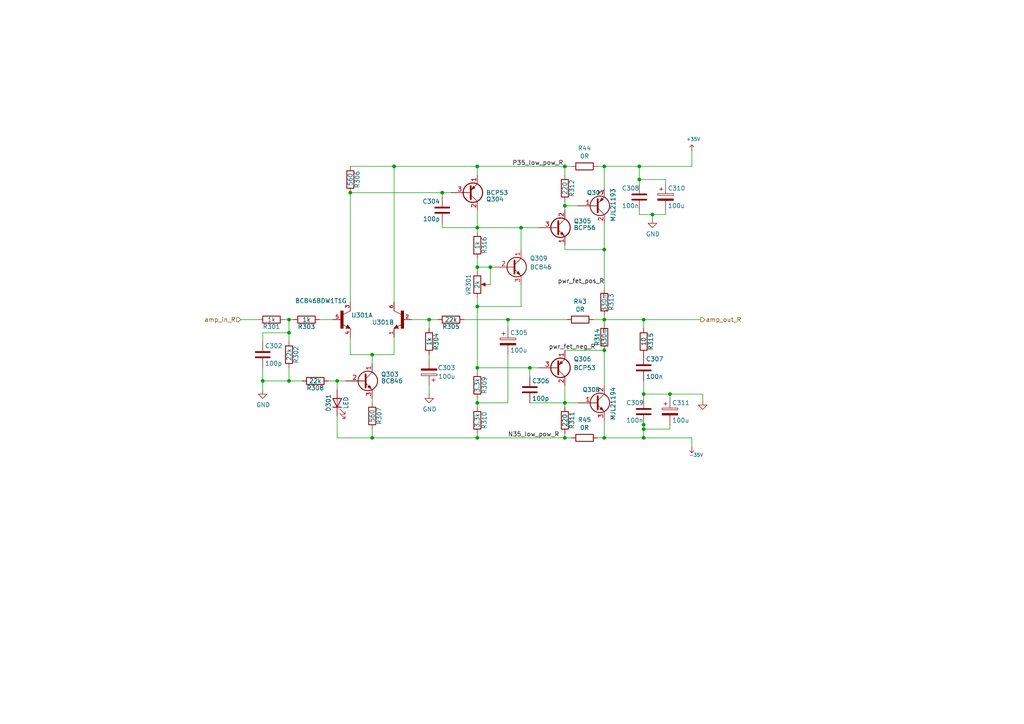
<source format=kicad_sch>
(kicad_sch (version 20211123) (generator eeschema)
  (paper "A4")
  (title_block (title "Right Amplifier Stage") (date "2020-01-21") (rev "A") (company "Shawn Adams") (comment 1 "https://sound-au.com/") (comment 2 "Based on designs by Elliot Sound Products"))
  (lib_symbols
    (symbol "AAMB-rescue:+35V-Power-amp" (power) (pin_names (offset 0))
      (property "Value" "+35V-Power-amp" (at 0.635 2.54 0))
      (symbol "+35V-Power-amp_0_1"
        (polyline (pts (xy 0 1.905) (xy 0.635 1.27)))
        (polyline (pts (xy 0 0) (xy 0 1.905) (xy -0.635 1.27)))
      )
      (symbol "+35V-Power-amp_1_1"
        (pin power_in line (at 0 0 90) (length 0) hide (name "+35V") (number "1"))
      )
    )
    (symbol "AAMB-rescue:-35V-Power-amp" (power) (pin_names (offset 0))
      (property "Value" "-35V-Power-amp" (at 1.27 -2.54 0))
      (symbol "-35V-Power-amp_0_1"
        (polyline (pts (xy 0 -1.905) (xy -0.635 -1.27)))
        (polyline (pts (xy 0 -1.905) (xy 0 0)))
        (polyline (pts (xy 0 -1.905) (xy 0.635 -1.27)))
      )
      (symbol "-35V-Power-amp_1_1"
        (pin power_in line (at 0 0 90) (length 0) hide (name "-35V") (number "1"))
      )
    )
    (symbol "AAMB-rescue:BC546-transistors" (pin_names (offset 0) hide)
      (property "Reference" "Q" (at 5.08 1.905 0))
      (property "Value" "BC546-transistors" (at 5.08 0 0))
      (symbol "BC546-transistors_0_1"
        (polyline (pts (xy 0 0) (xy 0.635 0)))
        (polyline (pts (xy 0.635 0.635) (xy 2.54 2.54)))
        (polyline (pts (xy 0.635 -0.635) (xy 2.54 -2.54) (xy 2.54 -2.54)))
        (polyline (pts (xy 0.635 1.905) (xy 0.635 -1.905) (xy 0.635 -1.905)) (stroke (width 0.508)))
        (polyline (pts (xy 1.27 -1.778) (xy 1.778 -1.27) (xy 2.286 -2.286) (xy 1.27 -1.778) (xy 1.27 -1.778)) (fill (type outline)))
        (circle (center 1.27 0) (radius 2.8194) (stroke (width 0.254)))
      )
      (symbol "BC546-transistors_1_1"
        (pin passive line (at 2.54 5.08 270) (length 2.54) (name "C") (number "1"))
        (pin input line (at -5.08 0 0) (length 5.08) (name "B") (number "2"))
        (pin passive line (at 2.54 -5.08 90) (length 2.54) (name "E") (number "3"))
      )
    )
    (symbol "AAMB-rescue:BC846BDW1T1G-OnSemi_BC846" (pin_names (offset 1.016) hide)
      (property "Reference" "U" (at -10.16 6.0706 0))
      (property "Value" "BC846BDW1T1G-OnSemi_BC846" (at -10.16 -7.62 0))
      (symbol "BC846BDW1T1G-OnSemi_BC846_1_0"
        (rectangle (start -0.254 -2.54) (end 0.508 2.54) (fill (type outline)))
        (polyline (pts (xy 1.27 -2.54) (xy 1.778 -1.524)) (stroke (width 0.1524)))
        (polyline (pts (xy 1.524 -2.413) (xy 2.286 -2.413)) (stroke (width 0.254)))
        (polyline (pts (xy 1.524 -2.286) (xy 1.905 -2.286)) (stroke (width 0.254)))
        (polyline (pts (xy 1.5494 -2.032) (xy 0.3048 -1.4224)) (stroke (width 0.1524)))
        (polyline (pts (xy 1.778 -1.778) (xy 1.524 -2.286)) (stroke (width 0.254)))
        (polyline (pts (xy 1.778 -1.524) (xy 2.54 -2.54)) (stroke (width 0.1524)))
        (polyline (pts (xy 1.905 -2.286) (xy 1.778 -2.032)) (stroke (width 0.254)))
        (polyline (pts (xy 2.286 -2.413) (xy 1.778 -1.778)) (stroke (width 0.254)))
        (polyline (pts (xy 2.54 -2.54) (xy 1.27 -2.54)) (stroke (width 0.1524)))
        (polyline (pts (xy 2.54 2.54) (xy 0.508 1.524)) (stroke (width 0.1524)))
        (pin passive line (at 2.54 5.08 270) (length 2.54) (name "COLLECTOR_1") (number "3"))
        (pin passive line (at 2.54 -5.08 90) (length 2.54) (name "EMITTER_1") (number "4"))
        (pin passive line (at -2.54 0 0) (length 2.54) (name "BASE_1") (number "5"))
      )
      (symbol "BC846BDW1T1G-OnSemi_BC846_2_0"
        (rectangle (start -0.254 -2.54) (end 0.508 2.54) (fill (type outline)))
        (polyline (pts (xy 1.27 -2.54) (xy 1.778 -1.524)) (stroke (width 0.1524)))
        (polyline (pts (xy 1.524 -2.413) (xy 2.286 -2.413)) (stroke (width 0.254)))
        (polyline (pts (xy 1.524 -2.286) (xy 1.905 -2.286)) (stroke (width 0.254)))
        (polyline (pts (xy 1.5494 -2.032) (xy 0.3048 -1.4224)) (stroke (width 0.1524)))
        (polyline (pts (xy 1.778 -1.778) (xy 1.524 -2.286)) (stroke (width 0.254)))
        (polyline (pts (xy 1.778 -1.524) (xy 2.54 -2.54)) (stroke (width 0.1524)))
        (polyline (pts (xy 1.905 -2.286) (xy 1.778 -2.032)) (stroke (width 0.254)))
        (polyline (pts (xy 2.286 -2.413) (xy 1.778 -1.778)) (stroke (width 0.254)))
        (polyline (pts (xy 2.54 -2.54) (xy 1.27 -2.54)) (stroke (width 0.1524)))
        (polyline (pts (xy 2.54 2.54) (xy 0.508 1.524)) (stroke (width 0.1524)))
        (pin passive line (at 2.54 -5.08 90) (length 2.54) (name "EMITTER_2") (number "1"))
        (pin passive line (at -2.54 0 0) (length 2.54) (name "BASE_2") (number "2"))
        (pin passive line (at 2.54 5.08 270) (length 2.54) (name "COLLECTOR_2") (number "6"))
      )
    )
    (symbol "AAMB-rescue:BD139-transistors" (pin_names (offset 0) hide)
      (property "Reference" "Q" (at 5.08 1.905 0))
      (property "Value" "BD139-transistors" (at 5.08 0 0))
      (symbol "BD139-transistors_0_1"
        (polyline (pts (xy 0 0) (xy 0.635 0)))
        (polyline (pts (xy 2.54 -2.54) (xy 0.635 -0.635)))
        (polyline (pts (xy 2.54 2.54) (xy 0.635 0.635)))
        (polyline (pts (xy 0.635 1.905) (xy 0.635 -1.905) (xy 0.635 -1.905)) (stroke (width 0.508)) (fill (type outline)))
        (polyline (pts (xy 1.2446 -1.778) (xy 1.7526 -1.27) (xy 2.286 -2.286) (xy 1.2446 -1.778) (xy 1.2446 -1.778)) (fill (type outline)))
        (circle (center 1.27 0) (radius 2.8194) (stroke (width 0.3048)))
      )
      (symbol "BD139-transistors_1_1"
        (pin passive line (at 2.54 -5.08 90) (length 2.54) (name "E") (number "1"))
        (pin passive line (at 2.54 5.08 270) (length 2.54) (name "C") (number "2"))
        (pin input line (at -5.08 0 0) (length 5.08) (name "B") (number "3"))
      )
    )
    (symbol "AAMB-rescue:BD140-transistors" (pin_names (offset 0) hide)
      (property "Reference" "Q" (at 5.08 1.905 0))
      (property "Value" "BD140-transistors" (at 5.08 0 0))
      (symbol "BD140-transistors_0_1"
        (polyline (pts (xy 0 0) (xy 0.635 0)))
        (polyline (pts (xy 2.54 -2.54) (xy 0.635 -0.635)))
        (polyline (pts (xy 2.54 2.54) (xy 0.635 0.635)))
        (polyline (pts (xy 0.635 1.905) (xy 0.635 -1.905) (xy 0.635 -1.905)) (stroke (width 0.508)) (fill (type outline)))
        (polyline (pts (xy 1.397 -1.905) (xy 1.905 -1.397) (xy 0.889 -0.889) (xy 1.397 -1.905) (xy 1.397 -1.905)) (fill (type outline)))
        (circle (center 1.27 0) (radius 2.8194) (stroke (width 0.3048)))
      )
      (symbol "BD140-transistors_1_1"
        (pin passive line (at 2.54 -5.08 90) (length 2.54) (name "E") (number "1"))
        (pin passive line (at 2.54 5.08 270) (length 2.54) (name "C") (number "2"))
        (pin input line (at -5.08 0 0) (length 5.08) (name "B") (number "3"))
      )
    )
    (symbol "AAMB-rescue:CP-Device" (pin_numbers hide) (pin_names (offset 0.254))
      (property "Reference" "C" (at 0.635 2.54 0))
      (property "Value" "CP-Device" (at 0.635 -2.54 0))
      (symbol "CP-Device_0_1"
        (rectangle (start -2.286 0.508) (end 2.286 1.016))
        (polyline (pts (xy -1.778 2.286) (xy -0.762 2.286)))
        (polyline (pts (xy -1.27 2.794) (xy -1.27 1.778)))
        (rectangle (start 2.286 -0.508) (end -2.286 -1.016) (fill (type outline)))
      )
      (symbol "CP-Device_1_1"
        (pin passive line (at 0 3.81 270) (length 2.794) (name "~") (number "1"))
        (pin passive line (at 0 -3.81 90) (length 2.794) (name "~") (number "2"))
      )
    )
    (symbol "AAMB-rescue:POT-device" (pin_numbers hide) (pin_names (offset 1.016) hide)
      (property "Reference" "RV" (at -4.445 0 90))
      (property "Value" "POT-device" (at -2.54 0 90))
      (symbol "POT-device_0_1"
        (polyline (pts (xy 2.54 0) (xy 1.524 0)))
        (polyline (pts (xy 1.143 0) (xy 2.286 0.508) (xy 2.286 -0.508)) (fill (type outline)))
        (rectangle (start 1.016 2.54) (end -1.016 -2.54) (stroke (width 0.254)))
      )
      (symbol "POT-device_1_1"
        (pin passive line (at 0 3.81 270) (length 1.27) (name "1") (number "1"))
        (pin passive line (at 3.81 0 180) (length 1.27) (name "2") (number "2"))
        (pin passive line (at 0 -3.81 90) (length 1.27) (name "3") (number "3"))
      )
    )
    (symbol "Device:C" (pin_numbers hide) (pin_names (offset 0.254))
      (property "Reference" "C" (at 0.635 2.54 0))
      (property "Value" "C" (at 0.635 -2.54 0))
      (symbol "C_0_1"
        (polyline (pts (xy -2.032 -0.762) (xy 2.032 -0.762)) (stroke (width 0.508)))
        (polyline (pts (xy -2.032 0.762) (xy 2.032 0.762)) (stroke (width 0.508)))
      )
      (symbol "C_1_1"
        (pin passive line (at 0 3.81 270) (length 2.794) (name "~") (number "1"))
        (pin passive line (at 0 -3.81 90) (length 2.794) (name "~") (number "2"))
      )
    )
    (symbol "Device:LED" (pin_numbers hide) (pin_names (offset 1.016) hide)
      (property "Reference" "D" (at 0 2.54 0))
      (property "Value" "LED" (at 0 -2.54 0))
      (symbol "LED_0_1"
        (polyline (pts (xy -1.27 -1.27) (xy -1.27 1.27)) (stroke (width 0.254)))
        (polyline (pts (xy -1.27 0) (xy 1.27 0)))
        (polyline (pts (xy 1.27 -1.27) (xy 1.27 1.27) (xy -1.27 0) (xy 1.27 -1.27)) (stroke (width 0.254)))
        (polyline (pts (xy -3.048 -0.762) (xy -4.572 -2.286) (xy -3.81 -2.286) (xy -4.572 -2.286) (xy -4.572 -1.524)))
        (polyline (pts (xy -1.778 -0.762) (xy -3.302 -2.286) (xy -2.54 -2.286) (xy -3.302 -2.286) (xy -3.302 -1.524)))
      )
      (symbol "LED_1_1"
        (pin passive line (at -3.81 0 0) (length 2.54) (name "K") (number "1"))
        (pin passive line (at 3.81 0 180) (length 2.54) (name "A") (number "2"))
      )
    )
    (symbol "Device:Q_NPN_BCE" (pin_names (offset 0) hide)
      (property "Reference" "Q" (at 5.08 1.27 0))
      (property "Value" "Q_NPN_BCE" (at 5.08 -1.27 0))
      (symbol "Q_NPN_BCE_0_1"
        (polyline (pts (xy 0.635 0.635) (xy 2.54 2.54)))
        (polyline (pts (xy 0.635 -0.635) (xy 2.54 -2.54) (xy 2.54 -2.54)))
        (polyline (pts (xy 0.635 1.905) (xy 0.635 -1.905) (xy 0.635 -1.905)) (stroke (width 0.508)))
        (polyline (pts (xy 1.27 -1.778) (xy 1.778 -1.27) (xy 2.286 -2.286) (xy 1.27 -1.778) (xy 1.27 -1.778)) (fill (type outline)))
        (circle (center 1.27 0) (radius 2.8194) (stroke (width 0.254)))
      )
      (symbol "Q_NPN_BCE_1_1"
        (pin input line (at -5.08 0 0) (length 5.715) (name "B") (number "1"))
        (pin passive line (at 2.54 5.08 270) (length 2.54) (name "C") (number "2"))
        (pin passive line (at 2.54 -5.08 90) (length 2.54) (name "E") (number "3"))
      )
    )
    (symbol "Device:Q_PNP_BCE" (pin_names (offset 0) hide)
      (property "Reference" "Q" (at 5.08 1.27 0))
      (property "Value" "Q_PNP_BCE" (at 5.08 -1.27 0))
      (symbol "Q_PNP_BCE_0_1"
        (polyline (pts (xy 0.635 0.635) (xy 2.54 2.54)))
        (polyline (pts (xy 0.635 -0.635) (xy 2.54 -2.54) (xy 2.54 -2.54)))
        (polyline (pts (xy 0.635 1.905) (xy 0.635 -1.905) (xy 0.635 -1.905)) (stroke (width 0.508)))
        (polyline (pts (xy 2.286 -1.778) (xy 1.778 -2.286) (xy 1.27 -1.27) (xy 2.286 -1.778) (xy 2.286 -1.778)) (fill (type outline)))
        (circle (center 1.27 0) (radius 2.8194) (stroke (width 0.254)))
      )
      (symbol "Q_PNP_BCE_1_1"
        (pin input line (at -5.08 0 0) (length 5.715) (name "B") (number "1"))
        (pin passive line (at 2.54 5.08 270) (length 2.54) (name "C") (number "2"))
        (pin passive line (at 2.54 -5.08 90) (length 2.54) (name "E") (number "3"))
      )
    )
    (symbol "Device:R" (pin_numbers hide) (pin_names (offset 0))
      (property "Reference" "R" (at 2.032 0 90))
      (property "Value" "R" (at 0 0 90))
      (symbol "R_0_1"
        (rectangle (start -1.016 -2.54) (end 1.016 2.54) (stroke (width 0.254)))
      )
      (symbol "R_1_1"
        (pin passive line (at 0 3.81 270) (length 1.27) (name "~") (number "1"))
        (pin passive line (at 0 -3.81 90) (length 1.27) (name "~") (number "2"))
      )
    )
    (symbol "power:GND" (power) (pin_names (offset 0))
      (property "Value" "GND" (at 0 -3.81 0))
      (symbol "GND_0_1"
        (polyline (pts (xy 0 0) (xy 0 -1.27) (xy 1.27 -1.27) (xy 0 -2.54) (xy -1.27 -1.27) (xy 0 -1.27)))
      )
      (symbol "GND_1_1"
        (pin power_in line (at 0 0 270) (length 0) hide (name "GND") (number "1"))
      )
    )
  )
  (junction (at 142.24 77.47))
  (junction (at 153.67 106.68))
  (junction (at 83.82 92.71))
  (junction (at 186.69 114.3))
  (junction (at 124.46 92.71))
  (junction (at 151.13 66.04))
  (junction (at 138.43 116.84))
  (junction (at 175.26 127))
  (junction (at 185.42 48.26))
  (junction (at 175.26 101.6))
  (junction (at 185.42 52.07))
  (junction (at 101.6 55.88))
  (junction (at 83.82 96.52))
  (junction (at 186.69 124.46))
  (junction (at 97.79 110.49))
  (junction (at 76.2 110.49))
  (junction (at 138.43 77.47))
  (junction (at 114.3 48.26))
  (junction (at 138.43 66.04))
  (junction (at 189.23 62.23))
  (junction (at 175.26 48.26))
  (junction (at 163.83 116.84))
  (junction (at 175.26 72.39))
  (junction (at 107.95 102.87))
  (junction (at 147.32 92.71))
  (junction (at 107.95 127))
  (junction (at 163.83 127))
  (junction (at 128.27 55.88))
  (junction (at 138.43 48.26))
  (junction (at 163.83 59.69))
  (junction (at 138.43 127))
  (junction (at 83.82 110.49))
  (junction (at 186.69 123.19))
  (junction (at 163.83 48.26))
  (junction (at 186.69 127))
  (junction (at 138.43 88.9))
  (junction (at 186.69 92.71))
  (junction (at 175.26 92.71))
  (junction (at 194.31 114.3))
  (junction (at 138.43 106.68))
  (wire (pts (xy 97.79 113.03) (xy 97.79 110.49)))
  (wire (pts (xy 186.69 110.49) (xy 186.69 114.3)))
  (wire (pts (xy 175.26 121.92) (xy 175.26 127)))
  (wire (pts (xy 134.62 92.71) (xy 147.32 92.71)))
  (wire (pts (xy 165.735 48.26) (xy 163.83 48.26)))
  (wire (pts (xy 153.67 116.84) (xy 163.83 116.84)))
  (wire (pts (xy 173.355 127) (xy 175.26 127)))
  (wire (pts (xy 163.83 58.42) (xy 163.83 59.69)))
  (wire (pts (xy 107.95 127) (xy 107.95 124.46)))
  (wire (pts (xy 186.69 124.46) (xy 194.31 124.46)))
  (wire (pts (xy 138.43 116.84) (xy 147.32 116.84)))
  (wire (pts (xy 163.83 72.39) (xy 175.26 72.39)))
  (wire (pts (xy 138.43 60.96) (xy 138.43 66.04)))
  (wire (pts (xy 95.25 110.49) (xy 97.79 110.49)))
  (wire (pts (xy 185.42 48.26) (xy 185.42 52.07)))
  (wire (pts (xy 167.64 59.69) (xy 163.83 59.69)))
  (wire (pts (xy 97.79 127) (xy 107.95 127)))
  (wire (pts (xy 83.82 106.68) (xy 83.82 110.49)))
  (wire (pts (xy 124.46 104.14) (xy 124.46 102.87)))
  (wire (pts (xy 163.83 116.84) (xy 163.83 118.11)))
  (wire (pts (xy 185.42 48.26) (xy 200.66 48.26)))
  (wire (pts (xy 114.3 48.26) (xy 138.43 48.26)))
  (wire (pts (xy 185.42 62.23) (xy 189.23 62.23)))
  (wire (pts (xy 83.82 92.71) (xy 85.09 92.71)))
  (wire (pts (xy 114.3 102.87) (xy 114.3 97.79)))
  (wire (pts (xy 189.23 62.23) (xy 193.04 62.23)))
  (wire (pts (xy 119.38 92.71) (xy 124.46 92.71)))
  (wire (pts (xy 186.69 121.92) (xy 186.69 123.19)))
  (wire (pts (xy 175.26 48.26) (xy 185.42 48.26)))
  (wire (pts (xy 151.13 66.04) (xy 156.21 66.04)))
  (wire (pts (xy 138.43 77.47) (xy 142.24 77.47)))
  (wire (pts (xy 92.71 92.71) (xy 96.52 92.71)))
  (wire (pts (xy 107.95 127) (xy 138.43 127)))
  (wire (pts (xy 107.95 115.57) (xy 107.95 116.84)))
  (wire (pts (xy 128.27 66.04) (xy 138.43 66.04)))
  (wire (pts (xy 107.95 102.87) (xy 114.3 102.87)))
  (wire (pts (xy 175.26 92.71) (xy 175.26 93.98)))
  (wire (pts (xy 147.32 95.25) (xy 147.32 92.71)))
  (wire (pts (xy 138.43 115.57) (xy 138.43 116.84)))
  (wire (pts (xy 142.24 82.55) (xy 142.24 77.47)))
  (wire (pts (xy 186.69 127) (xy 200.66 127)))
  (wire (pts (xy 124.46 92.71) (xy 127 92.71)))
  (wire (pts (xy 83.82 92.71) (xy 83.82 96.52)))
  (wire (pts (xy 175.26 72.39) (xy 175.26 83.82)))
  (wire (pts (xy 153.67 109.22) (xy 153.67 106.68)))
  (wire (pts (xy 83.82 96.52) (xy 83.82 99.06)))
  (wire (pts (xy 200.66 127) (xy 200.66 129.413)))
  (wire (pts (xy 151.13 82.55) (xy 151.13 88.9)))
  (wire (pts (xy 163.83 71.12) (xy 163.83 72.39)))
  (wire (pts (xy 101.6 97.79) (xy 101.6 102.87)))
  (wire (pts (xy 124.46 95.25) (xy 124.46 92.71)))
  (wire (pts (xy 138.43 127) (xy 163.83 127)))
  (wire (pts (xy 175.26 127) (xy 186.69 127)))
  (wire (pts (xy 76.2 106.68) (xy 76.2 110.49)))
  (wire (pts (xy 186.69 123.19) (xy 186.69 124.46)))
  (wire (pts (xy 175.26 48.26) (xy 175.26 54.61)))
  (wire (pts (xy 138.43 74.93) (xy 138.43 77.47)))
  (wire (pts (xy 138.43 86.36) (xy 138.43 88.9)))
  (wire (pts (xy 101.6 55.88) (xy 128.27 55.88)))
  (wire (pts (xy 76.2 99.06) (xy 76.2 96.52)))
  (wire (pts (xy 142.24 77.47) (xy 143.51 77.47)))
  (wire (pts (xy 175.26 91.44) (xy 175.26 92.71)))
  (wire (pts (xy 163.83 127) (xy 163.83 125.73)))
  (wire (pts (xy 76.2 96.52) (xy 83.82 96.52)))
  (wire (pts (xy 164.465 92.71) (xy 147.32 92.71)))
  (wire (pts (xy 153.67 106.68) (xy 156.21 106.68)))
  (wire (pts (xy 76.2 110.49) (xy 83.82 110.49)))
  (wire (pts (xy 128.27 57.15) (xy 128.27 55.88)))
  (wire (pts (xy 163.83 116.84) (xy 167.64 116.84)))
  (wire (pts (xy 194.31 124.46) (xy 194.31 123.19)))
  (wire (pts (xy 193.04 52.07) (xy 185.42 52.07)))
  (wire (pts (xy 151.13 66.04) (xy 151.13 72.39)))
  (wire (pts (xy 189.23 62.23) (xy 189.23 63.5)))
  (wire (pts (xy 186.69 92.71) (xy 203.2 92.71)))
  (wire (pts (xy 172.085 92.71) (xy 175.26 92.71)))
  (wire (pts (xy 138.43 48.26) (xy 163.83 48.26)))
  (wire (pts (xy 185.42 52.07) (xy 185.42 53.34)))
  (wire (pts (xy 203.835 114.3) (xy 194.31 114.3)))
  (wire (pts (xy 186.69 114.3) (xy 186.69 115.57)))
  (wire (pts (xy 97.79 120.65) (xy 97.79 127)))
  (wire (pts (xy 69.85 92.71) (xy 74.93 92.71)))
  (wire (pts (xy 175.26 48.26) (xy 173.355 48.26)))
  (wire (pts (xy 128.27 64.77) (xy 128.27 66.04)))
  (wire (pts (xy 163.83 48.26) (xy 163.83 50.8)))
  (wire (pts (xy 138.43 106.68) (xy 138.43 107.95)))
  (wire (pts (xy 83.82 110.49) (xy 87.63 110.49)))
  (wire (pts (xy 151.13 88.9) (xy 138.43 88.9)))
  (wire (pts (xy 138.43 48.26) (xy 138.43 50.8)))
  (wire (pts (xy 193.04 53.34) (xy 193.04 52.07)))
  (wire (pts (xy 138.43 66.04) (xy 151.13 66.04)))
  (wire (pts (xy 175.26 92.71) (xy 186.69 92.71)))
  (wire (pts (xy 175.26 101.6) (xy 175.26 111.76)))
  (wire (pts (xy 138.43 66.04) (xy 138.43 67.31)))
  (wire (pts (xy 175.26 64.77) (xy 175.26 72.39)))
  (wire (pts (xy 194.31 114.3) (xy 194.31 115.57)))
  (wire (pts (xy 124.46 111.76) (xy 124.46 114.3)))
  (wire (pts (xy 101.6 55.88) (xy 101.6 87.63)))
  (wire (pts (xy 193.04 62.23) (xy 193.04 60.96)))
  (wire (pts (xy 186.69 114.3) (xy 194.31 114.3)))
  (wire (pts (xy 82.55 92.71) (xy 83.82 92.71)))
  (wire (pts (xy 200.66 48.26) (xy 200.66 43.942)))
  (wire (pts (xy 203.835 116.205) (xy 203.835 114.3)))
  (wire (pts (xy 138.43 77.47) (xy 138.43 78.74)))
  (wire (pts (xy 128.27 55.88) (xy 130.81 55.88)))
  (wire (pts (xy 163.83 59.69) (xy 163.83 60.96)))
  (wire (pts (xy 114.3 87.63) (xy 114.3 48.26)))
  (wire (pts (xy 163.83 101.6) (xy 175.26 101.6)))
  (wire (pts (xy 163.83 111.76) (xy 163.83 116.84)))
  (wire (pts (xy 186.69 95.25) (xy 186.69 92.71)))
  (wire (pts (xy 101.6 48.26) (xy 114.3 48.26)))
  (wire (pts (xy 107.95 105.41) (xy 107.95 102.87)))
  (wire (pts (xy 138.43 116.84) (xy 138.43 118.11)))
  (wire (pts (xy 147.32 116.84) (xy 147.32 102.87)))
  (wire (pts (xy 186.69 124.46) (xy 186.69 127)))
  (wire (pts (xy 76.2 113.03) (xy 76.2 110.49)))
  (wire (pts (xy 165.735 127) (xy 163.83 127)))
  (wire (pts (xy 138.43 127) (xy 138.43 125.73)))
  (wire (pts (xy 97.79 110.49) (xy 100.33 110.49)))
  (wire (pts (xy 101.6 102.87) (xy 107.95 102.87)))
  (wire (pts (xy 138.43 88.9) (xy 138.43 106.68)))
  (wire (pts (xy 138.43 106.68) (xy 153.67 106.68)))
  (wire (pts (xy 185.42 60.96) (xy 185.42 62.23)))
  (label "N35_low_pow_R" (at 147.32 127 0))
  (label "P35_low_pow_R" (at 148.59 48.26 0))
  (label "pwr_fet_neg_R" (at 172.72 101.6 180))
  (label "pwr_fet_pos_R" (at 175.26 82.55 180))
  (hierarchical_label "amp_in_R" (shape input) (at 69.85 92.71 180))
  (hierarchical_label "amp_out_R" (shape output) (at 203.2 92.71 0))
  (symbol (lib_id "power:GND") (at 76.2 113.03 0) (unit 1)
    (property "Reference" "#PWR0301" (effects hide))
    (property "Value" "GND" (at 76.327 117.4242 0))
  )
  (symbol (lib_id "Device:R") (at 88.9 92.71 270) (unit 1)
    (property "Reference" "R303" (at 88.9 94.742 90))
    (property "Value" "1k" (at 88.9 92.71 90))
    (property "Footprint" "Resistor_SMD:R_0201_0603Metric_Pad0.64x0.40mm_HandSolder" (effects hide))
    (property "DigiKey" "https://www.digikey.com/product-detail/en/vishay-dale/RCS06031K00FKEA/541-2788-1-ND/5867081" (effects hide))
    (property "MFG" "Vishay Dale" (effects hide))
    (property "MPN" "RCS06031K00FKEA" (effects hide))
  )
  (symbol (lib_id "Device:LED") (at 97.79 116.84 90) (unit 1)
    (property "Reference" "D301" (at 95.25 116.84 0))
    (property "Value" "LED" (at 100.33 116.84 0))
    (property "Footprint" "LED_SMD:LED_0603_1608Metric_Pad1.05x0.95mm_HandSolder" (effects hide))
    (property "Vf" "2.2V" (effects hide))
    (property "DigiKey" "https://www.digikey.com/product-detail/en/rohm-semiconductor/SML-D12U1WT86/SML-D12U1WT86CT-ND/5843858" (effects hide))
    (property "MFG" "Rohm Semiconductor" (effects hide))
    (property "MPN" "SML-D12U1WT86" (effects hide))
  )
  (symbol (lib_id "AAMB-rescue:BC546-transistors") (at 105.41 110.49 0) (unit 1)
    (property "Reference" "Q303" (at 110.49 108.585 0) (effects (justify left)))
    (property "Value" "BC846" (at 110.49 110.49 0) (effects (justify left)))
    (property "Footprint" "TO_SOT_Packages_THT:TO-92_Molded_Narrow" (effects hide))
    (property "Datasheet" "http://www.onsemi.com/pub/Collateral/BC846ALT1-D.PDF" (effects hide))
    (property "DigiKey" "https://www.digikey.com/product-detail/en/on-semiconductor/BC846BLT1G/BC846BLT1GOSTR-ND/918342" (effects hide))
    (property "MFG" "ON Semiconductor" (effects hide))
    (property "MPN" "BC846BLT1G" (effects hide))
  )
  (symbol (lib_id "Device:R") (at 124.46 99.06 0) (unit 1)
    (property "Reference" "R304" (at 126.492 99.06 90))
    (property "Value" "1k" (at 124.46 99.06 90))
    (property "Footprint" "Resistor_SMD:R_0201_0603Metric_Pad0.64x0.40mm_HandSolder" (effects hide))
    (property "DigiKey" "https://www.digikey.com/product-detail/en/vishay-dale/RCS06031K00FKEA/541-2788-1-ND/5867081" (effects hide))
    (property "MFG" "Vishay Dale" (effects hide))
    (property "MPN" "RCS06031K00FKEA" (effects hide))
  )
  (symbol (lib_id "AAMB-rescue:CP-Device") (at 124.46 107.95 180) (unit 1)
    (property "Reference" "C303" (at 132.08 106.68 0) (effects (justify left)))
    (property "Value" "100u" (at 132.08 109.22 0) (effects (justify left)))
    (property "Footprint" "Capacitor_SMD:C_Elec_5x5.4" (effects hide))
    (property "Datasheet" "https://katalog.we-online.de/pbs/datasheet/865080142007.pdf" (effects hide))
    (property "DigiKey" "https://www.digikey.com/product-detail/en/w%C3%BCrth-elektronik/865080142007/732-8472-1-ND/5728429" (effects hide))
    (property "MFG" "Wurth Elektronik" (effects hide))
    (property "MPN" "865080142007" (effects hide))
  )
  (symbol (lib_id "Device:R") (at 130.81 92.71 270) (unit 1)
    (property "Reference" "R305" (at 130.81 94.742 90))
    (property "Value" "22k" (at 130.81 92.71 90))
    (property "Footprint" "Resistor_SMD:R_0201_0603Metric_Pad0.64x0.40mm_HandSolder" (effects hide))
    (property "DigiKey" "https://www.digikey.com/product-detail/en/te-connectivity-passive-product/CRGCQ0603F22K/A129704CT-ND/8577536" (effects hide))
    (property "MFG" "TE Connectivity Passive Product" (effects hide))
    (property "MPN" "CRGCQ0603F22K" (effects hide))
  )
  (symbol (lib_id "Device:R") (at 138.43 121.92 0) (unit 1)
    (property "Reference" "R310" (at 140.462 121.92 90))
    (property "Value" "3.3k" (at 138.43 121.92 90))
    (property "Footprint" "Resistor_SMD:R_0201_0603Metric_Pad0.64x0.40mm_HandSolder" (effects hide))
    (property "DigiKey" "https://www.digikey.com/product-detail/en/vishay-dale/CRCW06033K30FKEA/541-3-30KHCT-ND/1179866" (effects hide))
    (property "MFG" "Vishay Dale" (effects hide))
    (property "MPN" "CRCW06033K30FKEA" (effects hide))
  )
  (symbol (lib_id "Device:R") (at 138.43 111.76 0) (unit 1)
    (property "Reference" "R309" (at 140.462 111.76 90))
    (property "Value" "3.3k" (at 138.43 111.76 90))
    (property "Footprint" "Resistor_SMD:R_0201_0603Metric_Pad0.64x0.40mm_HandSolder" (effects hide))
    (property "DigiKey" "https://www.digikey.com/product-detail/en/vishay-dale/CRCW06033K30FKEA/541-3-30KHCT-ND/1179866" (effects hide))
    (property "MFG" "Vishay Dale" (effects hide))
    (property "MPN" "CRCW06033K30FKEA" (effects hide))
  )
  (symbol (lib_id "AAMB-rescue:CP-Device") (at 147.32 99.06 0) (unit 1)
    (property "Reference" "C305" (at 147.955 96.52 0) (effects (justify left)))
    (property "Value" "100u" (at 147.955 101.6 0) (effects (justify left)))
    (property "Footprint" "Capacitor_SMD:C_Elec_6.3x7.7" (effects hide))
    (property "Datasheet" "https://katalog.we-online.de/pbs/datasheet/865080545012.pdf" (effects hide))
    (property "DigiKey" "https://www.digikey.com/product-detail/en/w%C3%BCrth-elektronik/865080545012/732-8511-1-ND/5728468" (effects hide))
    (property "MFG" "Wurth Elektronik" (effects hide))
    (property "MPN" "865080545012" (effects hide))
  )
  (symbol (lib_id "Device:C") (at 153.67 113.03 0) (unit 1)
    (property "Reference" "C306" (at 154.305 110.49 0) (effects (justify left)))
    (property "Value" "100p" (at 154.305 115.57 0) (effects (justify left)))
    (property "Footprint" "Capacitor_SMD:C_0603_1608Metric_Pad1.08x0.95mm_HandSolder" (effects hide))
    (property "DigiKey" "https://www.digikey.com/product-detail/en/w%C3%BCrth-elektronik/885012006057/732-7799-1-ND/5454426" (effects hide))
    (property "MFG" "Wurth Elektronik" (effects hide))
    (property "MPN" "885012006057" (effects hide))
  )
  (symbol (lib_id "Device:R") (at 175.26 97.79 180) (unit 1)
    (property "Reference" "R314" (at 173.228 97.79 90))
    (property "Value" "330m" (at 175.26 97.79 90))
    (property "Footprint" "Resistor_THT:R_Radial_Power_L13.0mm_W9.0mm_P5.00mm" (effects hide))
    (property "DigiKey" "https://www.digikey.com/product-detail/en/te-connectivity-passive-product/SQMW5R33J/A102472-ND/2365672" (effects hide))
    (property "MFG" "TE Connectivity Passive Product" (effects hide))
    (property "MPN" "SQMW5R33J" (effects hide))
  )
  (symbol (lib_id "Device:R") (at 175.26 87.63 0) (unit 1)
    (property "Reference" "R313" (at 177.292 87.63 90))
    (property "Value" "330m" (at 175.26 87.63 90))
    (property "Footprint" "Resistor_THT:R_Radial_Power_L13.0mm_W9.0mm_P5.00mm" (effects hide))
    (property "DigiKey" "https://www.digikey.com/product-detail/en/te-connectivity-passive-product/SQMW5R33J/A102472-ND/2365672" (effects hide))
    (property "MFG" "TE Connectivity Passive Product" (effects hide))
    (property "MPN" "SQMW5R33J" (effects hide))
  )
  (symbol (lib_id "Device:R") (at 186.69 99.06 0) (unit 1)
    (property "Reference" "R315" (at 188.722 99.06 90))
    (property "Value" "10" (at 186.69 99.06 90))
    (property "Footprint" "Resistor_SMD:R_0201_0603Metric_Pad0.64x0.40mm_HandSolder" (effects hide))
    (property "DigiKey" "https://www.digikey.com/product-detail/en/panasonic-electronic-components/ERJ-PA3F10R0V/P10-00BYCT-ND/5036118" (effects hide))
    (property "MFG" "Panasonic Electronic Components" (effects hide))
    (property "MPN" "ERJ-PA3F10R0V" (effects hide))
  )
  (symbol (lib_id "Device:C") (at 186.69 106.68 0) (unit 1)
    (property "Reference" "C307" (at 187.325 104.14 0) (effects (justify left)))
    (property "Value" "100n" (at 187.325 109.22 0) (effects (justify left)))
    (property "Footprint" "Capacitor_THT:C_Rect_L7.2mm_W4.5mm_P5.00mm_FKS2_FKP2_MKS2_MKP2" (effects hide))
    (property "DigiKey" "https://www.digikey.com/product-detail/en/kemet/R82EC3100AA70K/399-19335-ND/9685239" (effects hide))
    (property "MFG" "KEMET" (effects hide))
    (property "MPN" "R82EC3100AA70K" (effects hide))
  )
  (symbol (lib_id "Device:C") (at 186.69 119.38 0) (unit 1)
    (property "Reference" "C309" (at 181.61 116.84 0) (effects (justify left)))
    (property "Value" "100n" (at 181.61 121.92 0) (effects (justify left)))
    (property "Footprint" "Capacitor_THT:C_Rect_L7.2mm_W4.5mm_P5.00mm_FKS2_FKP2_MKS2_MKP2" (effects hide))
    (property "DigiKey" "https://www.digikey.com/product-detail/en/kemet/R82EC3100AA70K/399-19335-ND/9685239" (effects hide))
    (property "MFG" "KEMET" (effects hide))
    (property "MPN" "R82EC3100AA70K" (effects hide))
  )
  (symbol (lib_id "AAMB-rescue:CP-Device") (at 194.31 119.38 0) (unit 1)
    (property "Reference" "C311" (at 194.945 116.84 0) (effects (justify left)))
    (property "Value" "100u" (at 194.945 121.92 0) (effects (justify left)))
    (property "Footprint" "Capacitor_SMD:CP_Elec_10x10.5" (effects hide))
    (property "Datasheet" "http://nichicon-us.com/english/products/pdfs/e-uux.pdf" (effects hide))
    (property "DigiKey" "https://www.digikey.com/product-detail/en/nichicon/UUX1J101MNL1GS/493-7453-1-ND/3768847" (effects hide))
    (property "MFG" "Nichicon" (effects hide))
    (property "MPN" "UUX1J101MNL1GS" (effects hide))
  )
  (symbol (lib_id "AAMB-rescue:BC546-transistors") (at 148.59 77.47 0) (unit 1)
    (property "Reference" "Q309" (at 153.67 74.93 0) (effects (justify left)))
    (property "Value" "BC846" (at 153.67 77.47 0) (effects (justify left)))
    (property "Footprint" "TO_SOT_Packages_THT:TO-92_Molded_Narrow" (effects hide))
    (property "Datasheet" "http://www.onsemi.com/pub/Collateral/BC846ALT1-D.PDF" (effects hide))
    (property "DigiKey" "https://www.digikey.com/product-detail/en/on-semiconductor/BC846BLT1G/BC846BLT1GOSTR-ND/918342" (effects hide))
    (property "MFG" "ON Semiconductor" (effects hide))
    (property "MPN" "BC846BLT1G" (effects hide))
  )
  (symbol (lib_id "AAMB-rescue:POT-device") (at 138.43 82.55 0) (unit 1)
    (property "Reference" "VR301" (at 135.89 82.55 90))
    (property "Value" "2k" (at 138.43 82.55 90))
    (property "Footprint" "Potentiometer_THT:Potentiometer_Bourns_3296W_Vertical" (effects hide))
    (property "Datasheet" "https://www.bourns.com/docs/Product-Datasheets/3296.pdf" (effects hide))
    (property "DigiKey" "https://www.digikey.com/product-detail/en/bourns-inc/3296W-1-202LF/3296W-202LF-ND/1088050" (effects hide))
    (property "MFG" "Bourns Inc." (effects hide))
    (property "MPN" "3296W-1-202LF" (effects hide))
  )
  (symbol (lib_id "AAMB-rescue:BD140-transistors") (at 135.89 55.88 0) (mirror x) (unit 1)
    (property "Reference" "Q304" (at 140.97 57.785 0) (effects (justify left)))
    (property "Value" "BCP53" (at 140.97 55.88 0) (effects (justify left)))
    (property "Footprint" "TO_SOT_Packages_THT:TO-126_Vertical" (effects hide))
    (property "Datasheet" "http://www.onsemi.com/pub/Collateral/BCP53T1-D.PDF" (effects hide))
    (property "DigiKey" "https://www.digikey.com/product-detail/en/on-semiconductor/SBCP53-10T1G/SBCP53-10T1GOSCT-ND/9087709" (effects hide))
    (property "MFG" "ON Semiconductor" (effects hide))
    (property "MPN" "SBCP53-10T1G" (effects hide))
  )
  (symbol (lib_id "Device:R") (at 101.6 52.07 0) (unit 1)
    (property "Reference" "R306" (at 103.632 52.07 90))
    (property "Value" "560" (at 101.6 52.07 90))
    (property "Footprint" "Resistor_SMD:R_0201_0603Metric_Pad0.64x0.40mm_HandSolder" (effects hide))
    (property "DigiKey" "https://www.digikey.com/product-detail/en/te-connectivity-passive-product/CRGCQ0603F560R/A129685CT-ND/8577517" (effects hide))
    (property "MFG" "TE Connectivity Passive Product" (effects hide))
    (property "MPN" "CRGCQ0603F560R" (effects hide))
  )
  (symbol (lib_id "AAMB-rescue:BD139-transistors") (at 161.29 66.04 0) (unit 1)
    (property "Reference" "Q305" (at 166.37 64.135 0) (effects (justify left)))
    (property "Value" "BCP56" (at 166.37 66.04 0) (effects (justify left)))
    (property "Footprint" "TO_SOT_Packages_THT:TO-126_Vertical" (effects hide))
    (property "Datasheet" "http://www.onsemi.com/pub/Collateral/BCP56T1-D.PDF" (effects hide))
    (property "DigiKey" "https://www.digikey.com/product-detail/en/on-semiconductor/SBCP56-16T3G/SBCP56-16T3GOSCT-ND/5969075" (effects hide))
    (property "MFG" "ON Semiconductor" (effects hide))
    (property "MPN" "SBCP56-16T3G" (effects hide))
  )
  (symbol (lib_id "Device:R") (at 163.83 54.61 0) (unit 1)
    (property "Reference" "R312" (at 165.862 54.61 90))
    (property "Value" "220" (at 163.83 54.61 90))
    (property "Footprint" "Resistor_SMD:R_0201_0603Metric_Pad0.64x0.40mm_HandSolder" (effects hide))
    (property "DigiKey" "https://www.digikey.com/product-detail/en/panasonic-electronic-components/ERJ-PA3F2200V/P220BYCT-ND/5036154" (effects hide))
    (property "MFG" "Panasonic Electronic Components" (effects hide))
    (property "MPN" "ERJ-PA3F2200V" (effects hide))
  )
  (symbol (lib_id "Device:Q_NPN_BCE") (at 172.72 116.84 0) (unit 1)
    (property "Reference" "Q308" (at 168.91 113.03 0) (effects (justify left)))
    (property "Value" "MJL21194" (at 177.8 121.92 90) (effects (justify left)))
    (property "Footprint" "Package_TO_SOT_THT:TO-264-3_Vertical" (effects hide))
    (property "DigiKey" "https://www.digikey.com/products/en/discrete-semiconductor-products/transistors-bipolar-bjt-single/276?k=MJL21194&k=&pkeyword=MJL21194&sv=0&v=488&pv1989=0&sf=0&quantity=&ColumnSort=0&page=1&stock=1&pageSize=25" (effects hide))
    (property "MFG" "ON Semiconductor" (effects hide))
    (property "MPN" "MJL21194G" (effects hide))
  )
  (symbol (lib_id "Device:Q_PNP_BCE") (at 172.72 59.69 0) (mirror x) (unit 1)
    (property "Reference" "Q307" (at 170.18 55.88 0) (effects (justify left)))
    (property "Value" "MJL21193" (at 177.8 54.61 90) (effects (justify left)))
    (property "Footprint" "Package_TO_SOT_THT:TO-264-3_Vertical" (effects hide))
    (property "DigiKey" "https://www.digikey.com/products/en/discrete-semiconductor-products/transistors-bipolar-bjt-single/276?k=MJL21193&k=&pkeyword=MJL21193&sv=0&v=488&pv1989=0&sf=0&quantity=&ColumnSort=0&page=1&stock=1&pageSize=25" (effects hide))
    (property "MFG" "ON Semiconductor" (effects hide))
    (property "MPN" "MJL21193G" (effects hide))
  )
  (symbol (lib_id "Device:C") (at 185.42 57.15 0) (unit 1)
    (property "Reference" "C308" (at 180.34 54.61 0) (effects (justify left)))
    (property "Value" "100n" (at 180.34 59.69 0) (effects (justify left)))
    (property "Footprint" "Capacitor_THT:C_Rect_L7.2mm_W4.5mm_P5.00mm_FKS2_FKP2_MKS2_MKP2" (effects hide))
    (property "DigiKey" "https://www.digikey.com/product-detail/en/kemet/R82EC3100AA70K/399-19335-ND/9685239" (effects hide))
    (property "MFG" "KEMET" (effects hide))
    (property "MPN" "R82EC3100AA70K" (effects hide))
  )
  (symbol (lib_id "power:GND") (at 189.23 63.5 0) (unit 1)
    (property "Reference" "#PWR0303" (effects hide))
    (property "Value" "GND" (at 189.357 67.8942 0))
  )
  (symbol (lib_id "power:GND") (at 124.46 114.3 0) (unit 1)
    (property "Reference" "#PWR0302" (effects hide))
    (property "Value" "GND" (at 124.587 118.6942 0))
  )
  (symbol (lib_id "Device:R") (at 78.74 92.71 270) (unit 1)
    (property "Reference" "R301" (at 78.74 94.742 90))
    (property "Value" "1k" (at 78.74 92.71 90))
    (property "Footprint" "Resistor_SMD:R_0201_0603Metric_Pad0.64x0.40mm_HandSolder" (effects hide))
    (property "DigiKey" "https://www.digikey.com/product-detail/en/vishay-dale/RCS06031K00FKEA/541-2788-1-ND/5867081" (effects hide))
    (property "MFG" "Vishay Dale" (effects hide))
    (property "MPN" "RCS06031K00FKEA" (effects hide))
  )
  (symbol (lib_id "Device:R") (at 83.82 102.87 0) (unit 1)
    (property "Reference" "R302" (at 85.852 102.87 90))
    (property "Value" "22k" (at 83.82 102.87 90))
    (property "Footprint" "Resistor_SMD:R_0201_0603Metric_Pad0.64x0.40mm_HandSolder" (effects hide))
    (property "DigiKey" "https://www.digikey.com/product-detail/en/te-connectivity-passive-product/CRGCQ0603F22K/A129704CT-ND/8577536" (effects hide))
    (property "MFG" "TE Connectivity Passive Product" (effects hide))
    (property "MPN" "CRGCQ0603F22K" (effects hide))
  )
  (symbol (lib_id "Device:R") (at 91.44 110.49 270) (unit 1)
    (property "Reference" "R308" (at 91.44 112.522 90))
    (property "Value" "22k" (at 91.44 110.49 90))
    (property "Footprint" "Resistor_SMD:R_0201_0603Metric_Pad0.64x0.40mm_HandSolder" (effects hide))
    (property "DigiKey" "https://www.digikey.com/product-detail/en/te-connectivity-passive-product/CRGCQ0603F22K/A129704CT-ND/8577536" (effects hide))
    (property "MFG" "TE Connectivity Passive Product" (effects hide))
    (property "MPN" "CRGCQ0603F22K" (effects hide))
  )
  (symbol (lib_id "Device:C") (at 76.2 102.87 0) (unit 1)
    (property "Reference" "C302" (at 76.835 100.33 0) (effects (justify left)))
    (property "Value" "100p" (at 76.835 105.41 0) (effects (justify left)))
    (property "Footprint" "Capacitor_SMD:C_0603_1608Metric_Pad1.08x0.95mm_HandSolder" (effects hide))
    (property "DigiKey" "https://www.digikey.com/product-detail/en/w%C3%BCrth-elektronik/885012006057/732-7799-1-ND/5454426" (effects hide))
    (property "MFG" "Wurth Elektronik" (effects hide))
    (property "MPN" "885012006057" (effects hide))
  )
  (symbol (lib_id "Device:R") (at 107.95 120.65 0) (unit 1)
    (property "Reference" "R307" (at 109.982 120.65 90))
    (property "Value" "560" (at 107.95 120.65 90))
    (property "Footprint" "Resistor_SMD:R_0201_0603Metric_Pad0.64x0.40mm_HandSolder" (effects hide))
    (property "DigiKey" "https://www.digikey.com/product-detail/en/te-connectivity-passive-product/CRGCQ0603F560R/A129685CT-ND/8577517" (effects hide))
    (property "MFG" "TE Connectivity Passive Product" (effects hide))
    (property "MPN" "CRGCQ0603F560R" (effects hide))
  )
  (symbol (lib_id "AAMB-rescue:BD140-transistors") (at 161.29 106.68 0) (mirror x) (unit 1)
    (property "Reference" "Q306" (at 166.37 104.14 0) (effects (justify left)))
    (property "Value" "BCP53" (at 166.37 106.68 0) (effects (justify left)))
    (property "Footprint" "TO_SOT_Packages_THT:TO-126_Vertical" (effects hide))
    (property "Datasheet" "http://www.onsemi.com/pub/Collateral/BCP53T1-D.PDF" (effects hide))
    (property "DigiKey" "https://www.digikey.com/product-detail/en/on-semiconductor/SBCP53-10T1G/SBCP53-10T1GOSCT-ND/9087709" (effects hide))
    (property "MFG" "ON Semiconductor" (effects hide))
    (property "MPN" "SBCP53-10T1G" (effects hide))
  )
  (symbol (lib_id "Device:R") (at 163.83 121.92 0) (unit 1)
    (property "Reference" "R311" (at 165.862 121.92 90))
    (property "Value" "220" (at 163.83 121.92 90))
    (property "Footprint" "Resistor_SMD:R_0201_0603Metric_Pad0.64x0.40mm_HandSolder" (effects hide))
    (property "DigiKey" "https://www.digikey.com/product-detail/en/panasonic-electronic-components/ERJ-PA3F2200V/P220BYCT-ND/5036154" (effects hide))
    (property "MFG" "Panasonic Electronic Components" (effects hide))
    (property "MPN" "ERJ-PA3F2200V" (effects hide))
  )
  (symbol (lib_id "Device:R") (at 138.43 71.12 0) (unit 1)
    (property "Reference" "R316" (at 140.462 71.12 90))
    (property "Value" "1k" (at 138.43 71.12 90))
    (property "Footprint" "Resistor_SMD:R_0201_0603Metric_Pad0.64x0.40mm_HandSolder" (effects hide))
    (property "DigiKey" "https://www.digikey.com/product-detail/en/vishay-dale/RCS06031K00FKEA/541-2788-1-ND/5867081" (effects hide))
    (property "MFG" "Vishay Dale" (effects hide))
    (property "MPN" "RCS06031K00FKEA" (effects hide))
  )
  (symbol (lib_id "Device:C") (at 128.27 60.96 0) (mirror y) (unit 1)
    (property "Reference" "C304" (at 127.635 58.42 0) (effects (justify left)))
    (property "Value" "100p" (at 127.635 63.5 0) (effects (justify left)))
    (property "Footprint" "Capacitor_SMD:C_0603_1608Metric_Pad1.08x0.95mm_HandSolder" (effects hide))
    (property "DigiKey" "https://www.digikey.com/product-detail/en/w%C3%BCrth-elektronik/885012006057/732-7799-1-ND/5454426" (effects hide))
    (property "MFG" "Wurth Elektronik" (effects hide))
    (property "MPN" "885012006057" (effects hide))
  )
  (symbol (lib_id "AAMB-rescue:CP-Device") (at 193.04 57.15 0) (unit 1)
    (property "Reference" "C310" (at 193.675 54.61 0) (effects (justify left)))
    (property "Value" "100u" (at 193.675 59.69 0) (effects (justify left)))
    (property "Footprint" "Capacitor_SMD:CP_Elec_10x10.5" (effects hide))
    (property "Datasheet" "http://nichicon-us.com/english/products/pdfs/e-uux.pdf" (effects hide))
    (property "DigiKey" "https://www.digikey.com/product-detail/en/nichicon/UUX1J101MNL1GS/493-7453-1-ND/3768847" (effects hide))
    (property "MFG" "Nichicon" (effects hide))
    (property "MPN" "UUX1J101MNL1GS" (effects hide))
  )
  (symbol (lib_id "AAMB-rescue:+35V-Power-amp") (at 200.66 43.942 0) (unit 1)
    (property "Reference" "#PWR0110" (effects hide))
    (property "Value" "+35V" (at 201.0918 40.3606 0) (effects (font (size 0.9906 0.9906))))
  )
  (symbol (lib_id "AAMB-rescue:-35V-Power-amp") (at 200.66 129.413 0) (unit 1)
    (property "Reference" "#PWR0111" (effects hide))
    (property "Value" "-35V" (at 201.93 131.953 0) (effects (font (size 0.9906 0.9906))))
  )
  (symbol (lib_id "Device:R") (at 169.545 127 270) (unit 1)
    (property "Reference" "R45" (at 169.545 121.7422 90))
    (property "Value" "0R" (at 169.545 124.0536 90))
    (property "Footprint" "Resistor_SMD:R_2010_5025Metric" (effects hide))
    (property "DigiKey" "https://www.digikey.com/product-detail/en/stackpole-electronics-inc/RMCF1210ZT0R00/RMCF1210ZT0R00CT-ND/4250697" (effects hide))
    (property "MFG" "Stackpole Electronics Inc" (effects hide))
    (property "MPN" "RMCF1210ZT0R00" (effects hide))
  )
  (symbol (lib_id "Device:R") (at 169.545 48.26 270) (unit 1)
    (property "Reference" "R44" (at 169.545 43.0022 90))
    (property "Value" "0R" (at 169.545 45.3136 90))
    (property "Footprint" "Resistor_SMD:R_2010_5025Metric" (effects hide))
    (property "DigiKey" "https://www.digikey.com/product-detail/en/stackpole-electronics-inc/RMCF1210ZT0R00/RMCF1210ZT0R00CT-ND/4250697" (effects hide))
    (property "MFG" "Stackpole Electronics Inc" (effects hide))
    (property "MPN" "RMCF1210ZT0R00" (effects hide))
  )
  (symbol (lib_id "Device:R") (at 168.275 92.71 270) (unit 1)
    (property "Reference" "R43" (at 168.275 87.4522 90))
    (property "Value" "0R" (at 168.275 89.7636 90))
    (property "Footprint" "Resistor_SMD:R_2010_5025Metric" (effects hide))
    (property "DigiKey" "https://www.digikey.com/product-detail/en/stackpole-electronics-inc/RMCF1210ZT0R00/RMCF1210ZT0R00CT-ND/4250697" (effects hide))
    (property "MFG" "Stackpole Electronics Inc" (effects hide))
    (property "MPN" "RMCF1210ZT0R00" (effects hide))
  )
  (symbol (lib_id "power:GND") (at 203.835 116.205 0) (unit 1)
    (property "Reference" "#PWR0120" (effects hide))
    (property "Value" "GND" (effects hide))
  )
  (symbol (lib_id "AAMB-rescue:BC846BDW1T1G-OnSemi_BC846") (at 99.06 92.71 0) (unit 1)
    (property "Reference" "U301" (at 101.854 91.44 0) (effects (justify left)))
    (property "Value" "BC846BDW1T1G" (effects hide))
    (property "Footprint" "SOT65P210X110-6N" (effects hide))
    (property "Datasheet" "ON Semiconductor" (effects hide))
    (property "Field4" "Bipolar _BJT_ Transistor Array 2 NPN _Dual_ 45V 100mA 100MHz 380mW Surface Mount SC-88/SC70-6/SOT-363" (effects hide))
    (property "Field5" "Unavailable" (effects hide))
    (property "Field6" "SOT-363 ON Semiconductor" (effects hide))
    (property "Field7" "BC847CDW1T1G" (effects hide))
    (property "Field8" "None" (effects hide))
    (property "DigiKey" "https://www.digikey.com/product-detail/en/on-semiconductor/BC846BDW1T1G/BC846BDW1T1GOSTR-ND/1475965" (effects hide))
    (property "MFG" "ON Semiconductor" (effects hide))
    (property "MPN" "BC846BDW1T1G" (effects hide))
  )
  (symbol (lib_id "AAMB-rescue:BC846BDW1T1G-OnSemi_BC846") (at 116.84 92.71 0) (mirror y) (unit 2)
    (property "Reference" "U301" (at 114.3 93.472 0) (effects (justify left)))
    (property "Value" "BC846BDW1T1G" (at 100.584 87.249 0) (effects (justify left)))
    (property "Footprint" "SOT65P210X110-6N" (effects hide))
    (property "Datasheet" "ON Semiconductor" (effects hide))
    (property "Field4" "Bipolar _BJT_ Transistor Array 2 NPN _Dual_ 45V 100mA 100MHz 380mW Surface Mount SC-88/SC70-6/SOT-363" (effects hide))
    (property "Field5" "Unavailable" (effects hide))
    (property "Field6" "SOT-363 ON Semiconductor" (effects hide))
    (property "Field7" "BC847CDW1T1G" (effects hide))
    (property "Field8" "None" (effects hide))
    (property "DigiKey" "https://www.digikey.com/product-detail/en/on-semiconductor/BC846BDW1T1G/BC846BDW1T1GOSTR-ND/1475965" (effects hide))
    (property "MFG" "ON Semiconductor" (effects hide))
    (property "MPN" "BC846BDW1T1G" (effects hide))
  )
)
</source>
